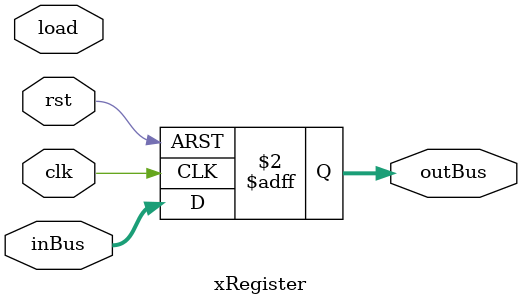
<source format=v>
`timescale 1ns/1ns
module xRegister(input clk, rst, load, input [15:0] inBus, output reg [15:0] outBus);
	always @(posedge clk, posedge rst)
		if (rst)
			outBus <= 16'b0000000000000000;
		else
			outBus <= inBus;
endmodule
</source>
